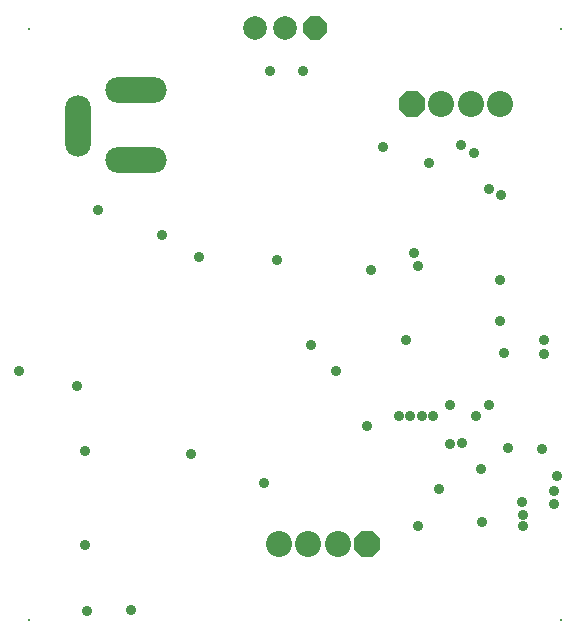
<source format=gbs>
G04 Layer_Color=16711935*
%FSLAX43Y43*%
%MOMM*%
G71*
G01*
G75*
%ADD48C,2.203*%
%ADD49P,2.385X8X202.5*%
%ADD50P,2.168X8X202.5*%
%ADD51C,2.003*%
%ADD52O,5.203X2.203*%
%ADD53O,2.203X5.203*%
%ADD54C,0.203*%
%ADD55C,0.903*%
D48*
X23625Y8875D02*
D03*
X28625D02*
D03*
X26125D02*
D03*
X42375Y46150D02*
D03*
X37375D02*
D03*
X39875D02*
D03*
D49*
X31125Y8875D02*
D03*
X34875Y46150D02*
D03*
D50*
X26665Y52625D02*
D03*
D51*
X24125D02*
D03*
X21585D02*
D03*
D52*
X11550Y41375D02*
D03*
Y47375D02*
D03*
D53*
X6650Y44325D02*
D03*
D54*
X47500Y52500D02*
D03*
X2500Y2500D02*
D03*
X47500D02*
D03*
X2500Y52500D02*
D03*
D55*
X35425Y10400D02*
D03*
X23500Y32975D02*
D03*
X40175Y42000D02*
D03*
X32450Y42475D02*
D03*
X13700Y35025D02*
D03*
X16825Y33225D02*
D03*
X6550Y22300D02*
D03*
X1625Y23550D02*
D03*
X7200Y16750D02*
D03*
X7400Y3225D02*
D03*
X7175Y8850D02*
D03*
X22325Y14050D02*
D03*
X16175Y16500D02*
D03*
X26375Y25775D02*
D03*
X35075Y33575D02*
D03*
X42375Y27825D02*
D03*
X42725Y25075D02*
D03*
X40350Y19700D02*
D03*
X43025Y17050D02*
D03*
X45875Y16975D02*
D03*
X46925Y13425D02*
D03*
X38075Y20650D02*
D03*
X46875Y12300D02*
D03*
X40725Y15225D02*
D03*
X31050Y18900D02*
D03*
X34750Y19775D02*
D03*
X35700D02*
D03*
X36675D02*
D03*
X38100Y17400D02*
D03*
X40825Y10775D02*
D03*
X47175Y14700D02*
D03*
X46100Y26150D02*
D03*
Y25000D02*
D03*
X33775Y19750D02*
D03*
X44275Y10400D02*
D03*
X44225Y12450D02*
D03*
X39100Y17425D02*
D03*
X44250Y11400D02*
D03*
X37175Y13600D02*
D03*
X39025Y42650D02*
D03*
X42400Y38425D02*
D03*
X34375Y26175D02*
D03*
X35425Y32475D02*
D03*
X28450Y23550D02*
D03*
X41375Y20700D02*
D03*
X42350Y31225D02*
D03*
X31425Y32125D02*
D03*
X41375Y39000D02*
D03*
X36375Y41175D02*
D03*
X22900Y48975D02*
D03*
X25700Y48950D02*
D03*
X11100Y3350D02*
D03*
X8275Y37200D02*
D03*
M02*

</source>
